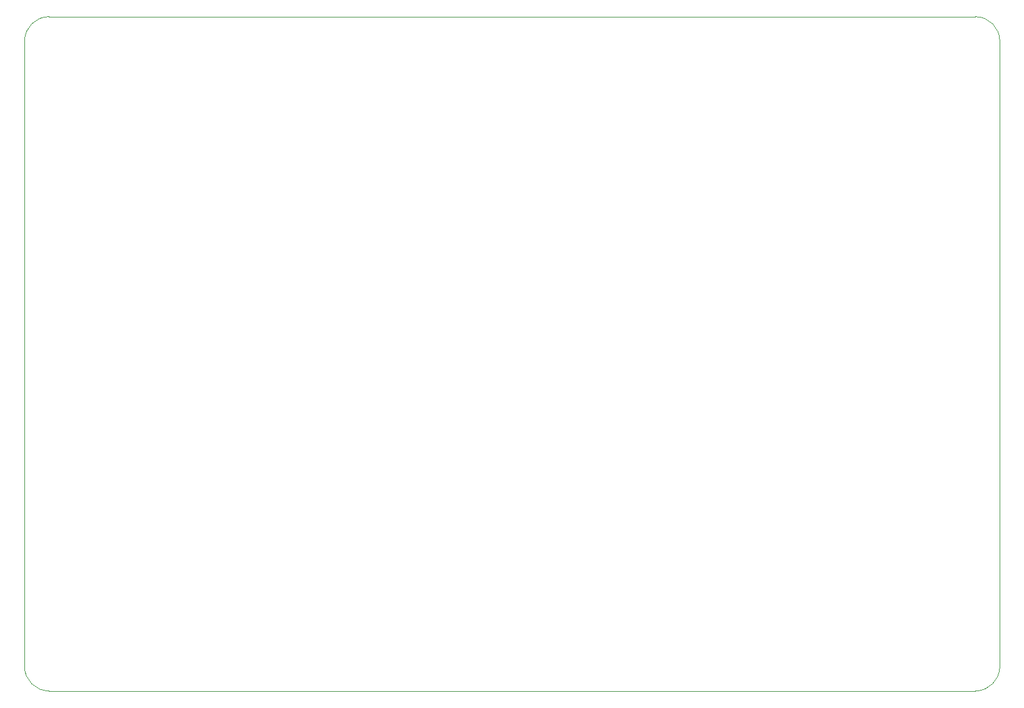
<source format=gbr>
%TF.GenerationSoftware,KiCad,Pcbnew,8.0.6*%
%TF.CreationDate,2025-01-24T20:25:43-06:00*%
%TF.ProjectId,BrushlessGimbalController_Hardware,42727573-686c-4657-9373-47696d62616c,rev?*%
%TF.SameCoordinates,Original*%
%TF.FileFunction,Profile,NP*%
%FSLAX46Y46*%
G04 Gerber Fmt 4.6, Leading zero omitted, Abs format (unit mm)*
G04 Created by KiCad (PCBNEW 8.0.6) date 2025-01-24 20:25:43*
%MOMM*%
%LPD*%
G01*
G04 APERTURE LIST*
%TA.AperFunction,Profile*%
%ADD10C,0.050000*%
%TD*%
G04 APERTURE END LIST*
D10*
X81280000Y-49022000D02*
G75*
G02*
X84582000Y-45720000I3302000J0D01*
G01*
X210058000Y-45720000D02*
G75*
G02*
X213360000Y-49022000I0J-3302000D01*
G01*
X213360000Y-133858000D02*
X213360000Y-49022000D01*
X84582000Y-137160000D02*
X208280000Y-137160000D01*
X210058000Y-45720000D02*
X84582000Y-45720000D01*
X81280000Y-49022000D02*
X81280000Y-133858000D01*
X84582000Y-137160000D02*
G75*
G02*
X81280000Y-133858000I0J3302000D01*
G01*
X208280000Y-137160000D02*
X210058000Y-137160000D01*
X213360000Y-133858000D02*
G75*
G02*
X210058000Y-137160000I-3302000J0D01*
G01*
M02*

</source>
